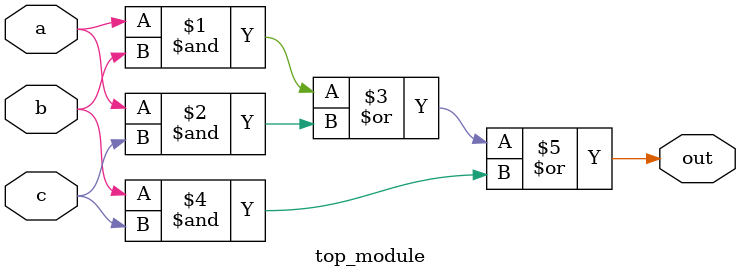
<source format=sv>
module top_module(
    input a, 
    input b,
    input c,
    output out
);
    
    assign out = (a & b) | (a & c) | (b & c);  // Implementing the logic based on the Karnaugh map
    
endmodule

</source>
